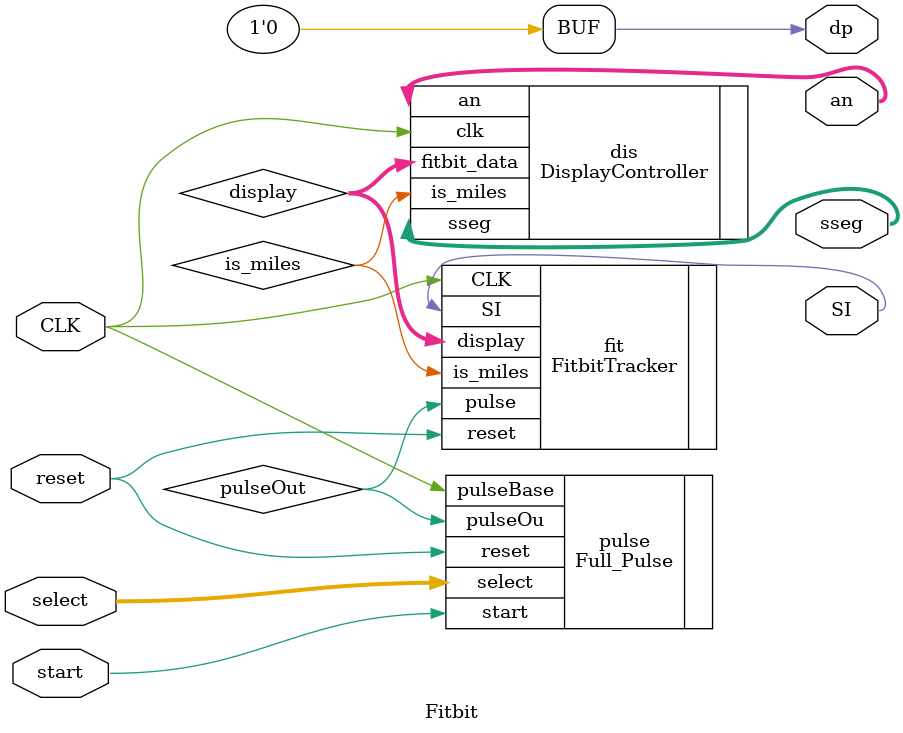
<source format=v>
`timescale 1ns / 1ps

module Fitbit(
    input CLK,
    input start,
    input reset,
    input [1:0] select,
    output [6:0] sseg,
    output [3:0] an,
    output SI,
    output dp
    );

assign dp = 0;

wire pulseOut;

wire [15:0] display;

wire is_miles;

Full_Pulse pulse (.start(start),.reset(reset),.select(select),.pulseBase(CLK),.pulseOu(pulseOut));

FitbitTracker fit (.CLK(CLK),.pulse(pulseOut),.reset(reset),.display(display),.is_miles(is_miles),.SI(SI));

DisplayController dis (.clk(CLK),.fitbit_data(display),.is_miles(is_miles),.an(an),.sseg(sseg));
    
endmodule

</source>
